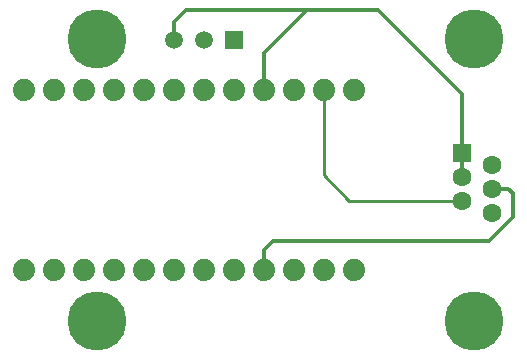
<source format=gbl>
G04 Layer: BottomLayer*
G04 EasyEDA v6.5.1, 2022-03-30 11:40:58*
G04 f7f897cffc8b4bbe8ffd8634bc846e31,7b35ab87edb5478c89a92b32cd25319b,10*
G04 Gerber Generator version 0.2*
G04 Scale: 100 percent, Rotated: No, Reflected: No *
G04 Dimensions in millimeters *
G04 leading zeros omitted , absolute positions ,4 integer and 5 decimal *
%FSLAX45Y45*%
%MOMM*%

%ADD10C,0.2540*%
%ADD11R,1.5200X1.5200*%
%ADD12C,1.5200*%
%ADD13C,1.6000*%
%ADD14R,1.6000X1.6000*%
%ADD15C,1.8796*%
%ADD16C,5.0000*%
%ADD17C,0.3000*%

%LPD*%
D10*
X-1117600Y4088803D02*
G01*
X-2069503Y4088803D01*
X-2286000Y4305300D01*
X-2286000Y5029200D01*
D17*
X-1117600Y4496790D02*
G01*
X-1117600Y4292777D01*
X-2431034Y5702300D02*
G01*
X-3454400Y5702300D01*
X-3556000Y5600700D01*
X-3556000Y5448300D01*
X-2794000Y5029200D02*
G01*
X-2794000Y5339334D01*
X-2431034Y5702300D01*
X-1828800Y5702300D01*
X-1117600Y4991100D01*
X-1117600Y4496815D01*
X-2794000Y3505200D02*
G01*
X-2794000Y3670300D01*
X-2717800Y3746500D01*
X-889000Y3746500D01*
X-685800Y3949700D01*
X-685800Y4152900D01*
X-723900Y4191000D01*
X-863600Y4190745D01*
D11*
G01*
X-3048000Y5448300D03*
D12*
G01*
X-3302000Y5448300D03*
G01*
X-3556000Y5448300D03*
D13*
G01*
X-863600Y4190796D03*
G01*
X-1117600Y4292777D03*
G01*
X-863600Y4394784D03*
D14*
G01*
X-1117600Y4496790D03*
D13*
G01*
X-863600Y3986784D03*
G01*
X-1117600Y4088790D03*
D15*
G01*
X-2032000Y5029200D03*
G01*
X-2286000Y5029200D03*
G01*
X-2540000Y5029200D03*
G01*
X-2794000Y5029200D03*
G01*
X-3048000Y5029200D03*
G01*
X-3302000Y5029200D03*
G01*
X-3556000Y5029200D03*
G01*
X-3810000Y5029200D03*
G01*
X-4064000Y5029200D03*
G01*
X-4318000Y5029200D03*
G01*
X-4572000Y5029200D03*
G01*
X-4826000Y5029200D03*
G01*
X-4826000Y3505200D03*
G01*
X-4572000Y3505200D03*
G01*
X-4318000Y3505200D03*
G01*
X-4064000Y3505200D03*
G01*
X-3810000Y3505200D03*
G01*
X-3556000Y3505200D03*
G01*
X-3302000Y3505200D03*
G01*
X-3048000Y3505200D03*
G01*
X-2794000Y3505200D03*
G01*
X-2540000Y3505200D03*
G01*
X-2286000Y3505200D03*
G01*
X-2032000Y3505200D03*
D16*
G01*
X-4204004Y5464403D03*
G01*
X-1016000Y5464403D03*
G01*
X-4204004Y3073400D03*
G01*
X-1016000Y3073400D03*
M02*

</source>
